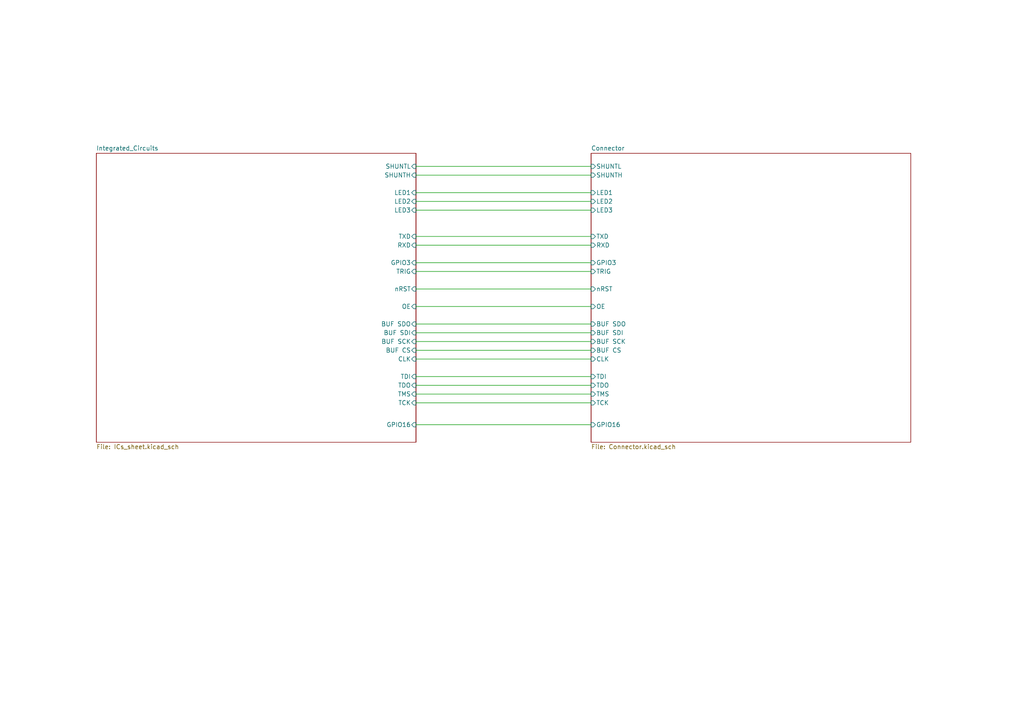
<source format=kicad_sch>
(kicad_sch (version 20231120) (generator "eeschema") (generator_version "8.0")
  (paper "A4")
  (lib_symbols
    (symbol "Silkscreen_Symbols:CE_Free" (in_bom no)
      (property "Reference" "PCB" (at -2.54 6.35 0))
      (property "Value" "CE Symbol" (at 0 0 0))
    )
    (symbol "Silkscreen_Symbols:Pb_Free" (in_bom no)
      (property "Reference" "PCB" (at 0 0 0))
      (property "Value" "Pb_Free Symbol" (at 0 0 0))
    )
    (symbol "Silkscreen_Symbols:UKCA"
      (property "Reference" "PCB" (at 0 0 0))
      (property "Value" "UKCA symbol" (at 0 0 0))
    )
    (symbol "Silkscreen_Symbols:WEEE" (in_bom no)
      (property "Reference" "PCB" (at -1.27 4.445 0))
      (property "Value" "WEEE SYMBOL" (at 0 0 0))
    )
  )
  (wire (pts (xy 120.65 111.76) (xy 171.45 111.76)))
  (wire (pts (xy 120.65 71.12) (xy 171.45 71.12)))
  (wire (pts (xy 120.65 83.82) (xy 171.45 83.82)))
  (wire (pts (xy 120.65 96.52) (xy 171.45 96.52)))
  (wire (pts (xy 120.65 109.22) (xy 171.45 109.22)))
  (wire (pts (xy 120.65 78.74) (xy 171.45 78.74)))
  (wire (pts (xy 120.65 104.14) (xy 171.45 104.14)))
  (wire (pts (xy 120.65 68.58) (xy 171.45 68.58)))
  (wire (pts (xy 120.65 60.96) (xy 171.45 60.96)))
  (wire (pts (xy 120.65 123.19) (xy 171.45 123.19)))
  (wire (pts (xy 120.65 58.42) (xy 171.45 58.42)))
  (wire (pts (xy 120.65 101.6) (xy 171.45 101.6)))
  (wire (pts (xy 120.65 93.98) (xy 171.45 93.98)))
  (wire (pts (xy 120.65 88.9) (xy 171.45 88.9)))
  (wire (pts (xy 120.65 114.3) (xy 171.45 114.3)))
  (wire (pts (xy 120.65 50.8) (xy 171.45 50.8)))
  (wire (pts (xy 120.65 76.2) (xy 171.45 76.2)))
  (wire (pts (xy 120.65 116.84) (xy 171.45 116.84)))
  (wire (pts (xy 120.65 48.26) (xy 171.45 48.26)))
  (wire (pts (xy 120.65 99.06) (xy 171.45 99.06)))
  (wire (pts (xy 120.65 55.88) (xy 171.45 55.88)))
  (symbol (lib_id "Silkscreen_Symbols:CE_Free") (at -52.07 175.26 0) (unit 1) (in_bom no)
    (property "Reference" "PCB5" (at -49.53 173.9899 0) (effects (justify left)))
    (property "Value" "CE Symbol" (at -49.53 176.5299 0) (effects (justify left)))
    (property "Footprint" "Silkscrren_Symbols:CE-Logo_8.5x6mm_SilkScreen" (effects (hide yes)))
  )
  (symbol (lib_id "Silkscreen_Symbols:Pb_Free") (at -52.07 165.1 0) (unit 1) (in_bom no)
    (property "Reference" "PCB7" (at -49.53 163.8299 0) (effects (justify left)))
    (property "Value" "Pb_Free Symbol" (at -49.53 166.3699 0) (effects (justify left)))
    (property "Footprint" "Silkscrren_Symbols:Pb_Free_8.0x8.0mm_SilkScreen" (effects (hide yes)))
  )
  (symbol (lib_id "Silkscreen_Symbols:UKCA") (at -52.07 181.61 0) (unit 1)
    (property "Reference" "PCB4" (at -49.53 180.3399 0) (effects (justify left)))
    (property "Value" "UKCA symbol" (at -49.53 182.8799 0) (effects (justify left)))
    (property "Footprint" "Silkscrren_Symbols:UKCA-Logo_8x8mm_SilkScreen" (effects (hide yes)))
  )
  (symbol (lib_id "Silkscreen_Symbols:WEEE") (at -52.07 170.18 0) (unit 1) (in_bom no)
    (property "Reference" "PCB6" (at -49.53 168.9099 0) (effects (justify left)))
    (property "Value" "WEEE SYMBOL" (at -49.53 171.4499 0) (effects (justify left)))
    (property "Footprint" "Silkscrren_Symbols:WEEE-Logo_5.6x8mm_SilkScreen" (effects (hide yes)))
  )
  (sheet (at 27.94 44.45) (size 92.71 83.82) (stroke (width 0.1524))
    (property "Sheetname" "Integrated_Circuits" (at 27.94 43.7384 0) (effects (justify left bottom)))
    (property "Sheetfile" "ICs_sheet.kicad_sch" (at 27.94 128.8546 0) (effects (justify left top)))
    (pin "nRST" input (at 120.65 83.82 0))
    (pin "GPIO3" input (at 120.65 76.2 0))
    (pin "TRIG" input (at 120.65 78.74 0))
    (pin "TDO" input (at 120.65 111.76 0))
    (pin "TMS" input (at 120.65 114.3 0))
    (pin "TDI" input (at 120.65 109.22 0))
    (pin "TCK" input (at 120.65 116.84 0))
    (pin "TXD" input (at 120.65 68.58 0))
    (pin "RXD" input (at 120.65 71.12 0))
    (pin "GPIO16" input (at 120.65 123.19 0))
    (pin "LED3" input (at 120.65 60.96 0))
    (pin "LED1" input (at 120.65 55.88 0))
    (pin "LED2" input (at 120.65 58.42 0))
    (pin "OE" input (at 120.65 88.9 0))
    (pin "SHUNTL" input (at 120.65 48.26 0))
    (pin "SHUNTH" input (at 120.65 50.8 0))
    (pin "BUF CS" input (at 120.65 101.6 0))
    (pin "BUF SDI" input (at 120.65 96.52 0))
    (pin "BUF SCK" input (at 120.65 99.06 0))
    (pin "BUF SDO" input (at 120.65 93.98 0))
    (pin "CLK" input (at 120.65 104.14 0))
  )
  (sheet (at 171.45 44.45) (size 92.71 83.82) (stroke (width 0.1524))
    (property "Sheetname" "Connector" (at 171.45 43.7384 0) (effects (justify left bottom)))
    (property "Sheetfile" "Connector.kicad_sch" (at 171.45 128.8546 0) (effects (justify left top)))
    (pin "SHUNTL" input (at 171.45 48.26 180))
    (pin "SHUNTH" input (at 171.45 50.8 180))
    (pin "LED1" input (at 171.45 55.88 180))
    (pin "LED2" input (at 171.45 58.42 180))
    (pin "LED3" input (at 171.45 60.96 180))
    (pin "nRST" input (at 171.45 83.82 180))
    (pin "TXD" input (at 171.45 68.58 180))
    (pin "RXD" input (at 171.45 71.12 180))
    (pin "GPIO3" input (at 171.45 76.2 180))
    (pin "TRIG" input (at 171.45 78.74 180))
    (pin "BUF SCK" input (at 171.45 99.06 180))
    (pin "BUF SDO" input (at 171.45 93.98 180))
    (pin "BUF SDI" input (at 171.45 96.52 180))
    (pin "OE" input (at 171.45 88.9 180))
    (pin "BUF CS" input (at 171.45 101.6 180))
    (pin "TDI" input (at 171.45 109.22 180))
    (pin "TDO" input (at 171.45 111.76 180))
    (pin "TMS" input (at 171.45 114.3 180))
    (pin "TCK" input (at 171.45 116.84 180))
    (pin "GPIO16" input (at 171.45 123.19 180))
    (pin "CLK" input (at 171.45 104.14 180))
  )
)
</source>
